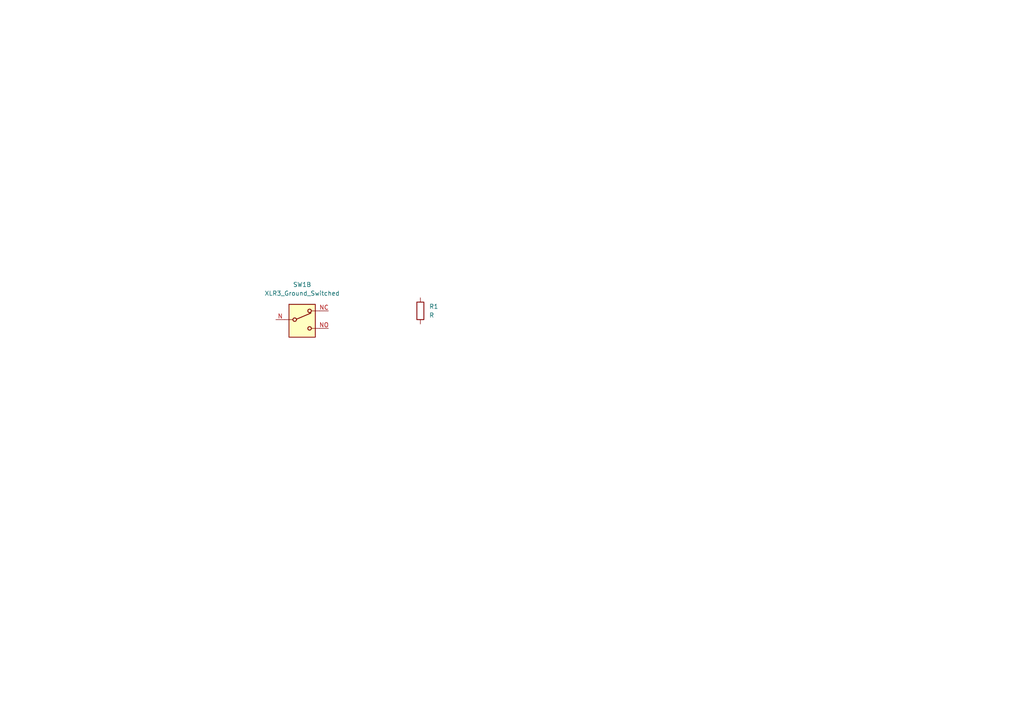
<source format=kicad_sch>
(kicad_sch (version 20211123) (generator eeschema)
  (paper "A4")
  (lib_symbols
    (symbol "Connector:XLR3_Ground_Switched" (pin_names hide)
      (property "Reference" "J" (at 0 8.89 0))
      (property "Value" "XLR3_Ground_Switched" (at 0 6.35 0))
      (symbol "XLR3_Ground_Switched_1_1"
        (circle (center -3.556 0) (radius 1.016))
        (circle (center 0 -3.556) (radius 1.016))
        (polyline (pts (xy -5.08 0) (xy -4.572 0)))
        (polyline (pts (xy -2.54 -5.08) (xy -2.54 -4.445)))
        (polyline (pts (xy 0 -5.08) (xy 0 -4.572)))
        (polyline (pts (xy 5.08 0) (xy 4.572 0)))
        (circle (center 0 0) (radius 5.08) (fill (type background)))
        (circle (center 3.556 0) (radius 1.016))
        (text "1" (at -3.556 1.778 0) (effects (font (size 1.016 1.016) bold)))
        (text "2" (at 3.556 1.778 0) (effects (font (size 1.016 1.016) bold)))
        (text "3" (at 0 -1.778 0) (effects (font (size 1.016 1.016) bold)))
        (pin passive line (at -7.62 0 0) (length 2.54) (name "~") (number "1"))
        (pin passive line (at 7.62 0 180) (length 2.54) (name "~") (number "2"))
        (pin passive line (at 0 -7.62 90) (length 2.54) (name "~") (number "3"))
        (pin passive line (at -2.54 -7.62 90) (length 2.54) (name "~") (number "G"))
      )
      (symbol "XLR3_Ground_Switched_2_1"
        (rectangle (start -3.81 4.445) (end 3.81 -5.08) (stroke (width 0.254)) (fill (type background)))
        (circle (center -2.159 0) (radius 0.508) (stroke (width 0.254)))
        (polyline (pts (xy -5.08 0) (xy -2.794 0)))
        (polyline (pts (xy -1.651 0.127) (xy 2.54 1.905)) (stroke (width 0.254)))
        (polyline (pts (xy 5.08 -2.54) (xy 2.794 -2.54)))
        (polyline (pts (xy 5.08 2.54) (xy 2.794 2.54)))
        (circle (center 2.159 -2.54) (radius 0.508) (stroke (width 0.254)))
        (circle (center 2.159 2.54) (radius 0.508) (stroke (width 0.254)))
        (pin passive line (at -7.62 0 0) (length 2.54) (name "~") (number "N"))
        (pin passive line (at 7.62 2.54 180) (length 2.54) (name "~") (number "NC"))
        (pin passive line (at 7.62 -2.54 180) (length 2.54) (name "~") (number "NO"))
      )
    )
    (symbol "Device:R" (pin_numbers hide) (pin_names (offset 0))
      (property "Reference" "R" (at 2.032 0 90))
      (property "Value" "R" (at 0 0 90))
      (symbol "R_0_1"
        (rectangle (start -1.016 -2.54) (end 1.016 2.54) (stroke (width 0.254)))
      )
      (symbol "R_1_1"
        (pin passive line (at 0 3.81 270) (length 1.27) (name "~") (number "1"))
        (pin passive line (at 0 -3.81 90) (length 1.27) (name "~") (number "2"))
      )
    )
  )
  (symbol (lib_id "Device:R") (at 121.92 90.17 0) (unit 1)
    (property "Reference" "R1" (at 124.46 88.8999 0) (effects (justify left)))
    (property "Value" "R" (at 124.46 91.4399 0) (effects (justify left)))
  )
  (symbol (lib_id "Connector:XLR3_Ground_Switched") (at 87.63 92.71 0) (unit 2)
    (property "Reference" "SW1" (at 87.63 82.55 0))
    (property "Value" "XLR3_Ground_Switched" (at 87.63 85.09 0))
    (property "Datasheet" " ~" (effects hide))
  )
)
</source>
